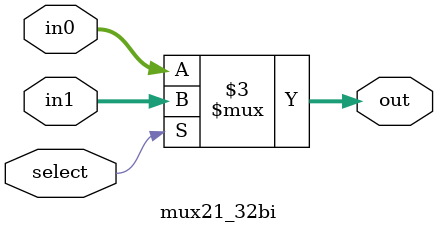
<source format=v>
module mux21_32bit(
    input [31:0] in0,
    input [31:0] in1,
    input select,
    output reg [31:0] out
);

always @(*) begin
            // $display("the B or Imm mux is called \n");

    if(select)
    begin
        out = in1;
    end 
    else 
    begin
        out = in0;
    end
    // $display("the result of this mux is = %d",out);

end
endmodule

module mux21_32bi(
    input [31:0] in0,
    input [31:0] in1,
    input select,
    output reg [31:0] out
);

always @(*) begin
            // $display("the data to be written mux is called \n");

    if(select)
    begin
        out = in1;
    end 
    else 
    begin
        out = in0;
    end
    // $display("data to be written in the register = %d",out);

end
endmodule
</source>
